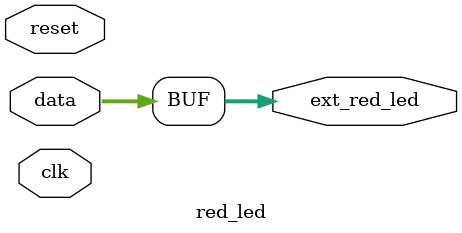
<source format=v>
/*
  Copyright (c) 2015, miya
  All rights reserved.

  Redistribution and use in source and binary forms, with or without modification, are permitted provided that the following conditions are met:

  1. Redistributions of source code must retain the above copyright notice, this list of conditions and the following disclaimer.

  2. Redistributions in binary form must reproduce the above copyright notice, this list of conditions and the following disclaimer in the documentation and/or other materials provided with the distribution.
 
  THIS SOFTWARE IS PROVIDED BY THE COPYRIGHT HOLDERS AND CONTRIBUTORS "AS IS" AND ANY EXPRESS OR IMPLIED WARRANTIES, INCLUDING, BUT NOT LIMITED TO, THE IMPLIED WARRANTIES OF MERCHANTABILITY AND FITNESS FOR A PARTICULAR PURPOSE ARE DISCLAIMED.
  IN NO EVENT SHALL THE COPYRIGHT OWNER OR CONTRIBUTORS BE LIABLE FOR ANY DIRECT, INDIRECT, INCIDENTAL, SPECIAL, EXEMPLARY, OR CONSEQUENTIAL DAMAGES (INCLUDING, BUT NOT LIMITED TO,
  PROCUREMENT OF SUBSTITUTE GOODS OR SERVICES; LOSS OF USE, DATA, OR PROFITS; OR BUSINESS INTERRUPTION) HOWEVER CAUSED AND ON ANY THEORY OF LIABILITY, WHETHER IN CONTRACT, STRICT LIABILITY, OR TORT (INCLUDING NEGLIGENCE OR OTHERWISE) ARISING IN ANY WAY OUT OF THE USE OF THIS SOFTWARE, EVEN IF ADVISED OF THE POSSIBILITY OF SUCH DAMAGE.
*/

module red_led
  (
   input                clk,
   input                reset,
   input signed [15:0]  data,
   output signed [15:0] ext_red_led
   );

  assign ext_red_led = data;

endmodule

</source>
